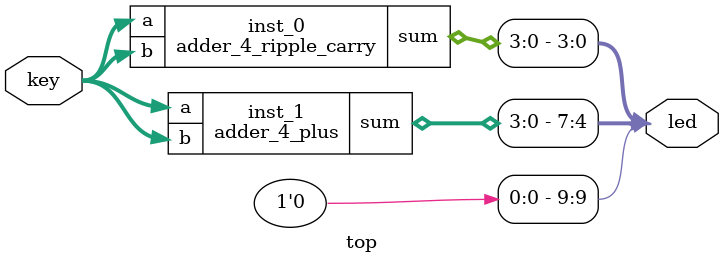
<source format=v>
module adder_1
(
    input  a,
    input  b,
    input  carry_in,
    output sum,
    output carry_out
);

    wire p = a ^ b;
    wire q = a & b;

    assign sum       = p ^ carry_in;
    assign carry_out = q | (p & carry_in);

endmodule

module adder_4_ripple_carry
(
    input  [3:0] a,
    input  [3:0] b,
    output [3:0] sum
);

    wire [2:0] carry;

    adder_1 inst_0 (a [0], b [0], 1'b0,      sum [0], carry [0]);
    adder_1 inst_1 (a [1], b [1], carry [0], sum [1], carry [1]);
    adder_1 inst_2 (a [2], b [2], carry [1], sum [2], carry [2]);
    adder_1 inst_3 (a [3], b [3], carry [2], sum [3],          );

endmodule

module adder_4_plus
(
    input  [3:0] a,
    input  [3:0] b,
    output [3:0] sum
);

    assign sum = a + b;

endmodule

module top
(
    input  [3:0] key,
    output [9:0] led
);

    adder_4_ripple_carry inst_0 (key, key, led [3:0]);
    adder_4_plus         inst_1 (key, key, led [7:4]);
    
    assign led [9] = 1'b0;

endmodule

</source>
